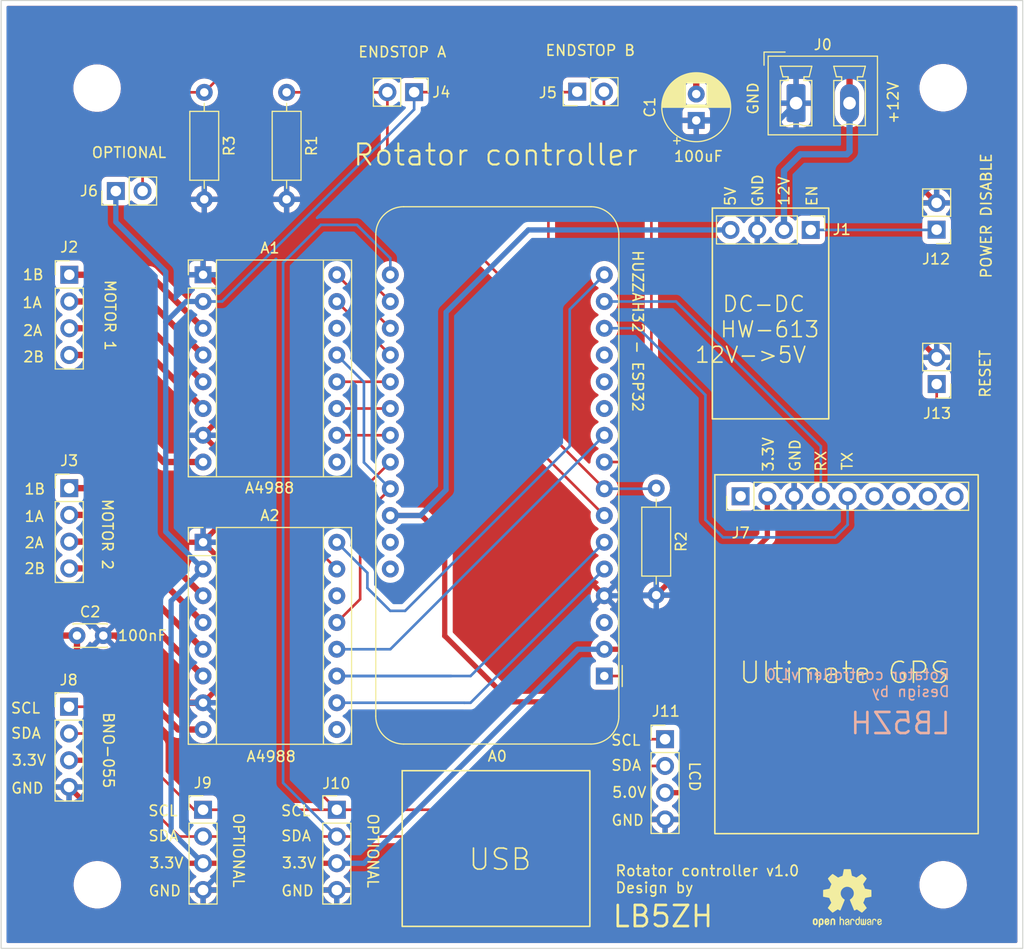
<source format=kicad_pcb>
(kicad_pcb (version 20210228) (generator pcbnew)
  (title_block (title "Satellite rotator Arduino controller") (date "2021-03-11") (rev "1.0") (comment 1 "Design by LB5ZH"))
  (layers (0 "F.Cu" signal) (31 "B.Cu" signal) (34 "B.Paste" user) (35 "F.Paste" user) (36 "B.SilkS" user "B.Silkscreen") (37 "F.SilkS" user "F.Silkscreen") (38 "B.Mask" user) (39 "F.Mask" user) (44 "Edge.Cuts" user))
  (net 0 "")
  (net 1 "/SDA")
  (net 2 "/SCL")
  (net 3 "Net-(A0-Pad1)")
  (net 4 "/TX")
  (net 5 "/RX")
  (net 6 "Net-(A0-Pad24)")
  (net 7 "Net-(A0-Pad25)")
  (net 8 "+5V")
  (net 11 "+3V3")
  (net 13 "GND")
  (net 14 "Net-(A0-Pad5)")
  (net 15 "Net-(A0-Pad6)")
  (net 16 "Net-(A0-Pad7)")
  (net 17 "Net-(A0-Pad8)")
  (net 18 "Net-(A0-Pad9)")
  (net 19 "Net-(A0-Pad10)")
  (net 23 "Net-(A0-Pad16)")
  (net 24 "+12V")
  (net 26 "Net-(A1-Pad6)")
  (net 27 "Net-(A1-Pad5)")
  (net 28 "Net-(A1-Pad4)")
  (net 29 "Net-(A1-Pad3)")
  (net 32 "Net-(A2-Pad6)")
  (net 33 "Net-(A2-Pad5)")
  (net 34 "Net-(A2-Pad4)")
  (net 35 "Net-(A2-Pad3)")
  (net 37 "/EN")
  (net 38 "/3.3V")
  (net 39 "/VBAT")
  (net 40 "/FIX")
  (net 41 "/PPS")
  (net 42 "/EN1")
  (net 43 "Net-(A0-Pad19)")
  (net 44 "Net-(A0-Pad20)")
  (net 45 "Net-(A0-Pad21)")
  (net 46 "Net-(A0-Pad22)")
  (net 47 "Net-(A0-Pad23)")
  (footprint "MountingHole:MountingHole_3.5mm" (layer "F.Cu") (at 99.795545 127.522276)
    (fp_text reference "REF**" hide)
    (fp_text value "MountingHole_3.5mm" hide)
    (pad "1" np_thru_hole circle (at 0 0) (size 3.5 3.5) (drill 3.5) (layers *.Cu *.Mask))
  )
  (footprint "Resistor_THT:R_Axial_DIN0207_L6.3mm_D2.5mm_P10.16mm_Horizontal" (layer "F.Cu") (at 109.944006 52.277713 -90)
    (fp_text reference "R3" (at 5.08 -2.37 90) (layer "F.SilkS"))
    (fp_text value "10k")
    (pad "1" thru_hole circle (at 0 0 270) (size 1.6 1.6) (drill 0.8) (layers *.Cu *.Mask) (net 18 "Net-(A0-Pad9)"))
    (pad "2" thru_hole oval (at 10.16 0 270) (size 1.6 1.6) (drill 0.8) (layers *.Cu *.Mask) (net 13 "GND"))
  )
  (footprint "Connector_PinHeader_2.54mm:PinHeader_1x02_P2.54mm_Vertical" (layer "F.Cu") (at 101.548012 61.650325 90)
    (fp_text reference "J6" (at 0.005067 -2.550511 180) (layer "F.SilkS"))
    (fp_text value "Optional")
    (pad "1" thru_hole rect (at 0 0 90) (size 1.7 1.7) (drill 1) (layers *.Cu *.Mask) (net 11 "+3V3"))
    (pad "2" thru_hole oval (at 0 2.54 90) (size 1.7 1.7) (drill 1) (layers *.Cu *.Mask) (net 18 "Net-(A0-Pad9)"))
  )
  (footprint "Connector_Phoenix_MC_HighVoltage:PhoenixContact_MCV_1,5_2-G-5.08_1x02_P5.08mm_Vertical" (layer "F.Cu") (at 166.136663 53.30309)
    (fp_text reference "J0" (at 2.54 -5.55) (layer "F.SilkS"))
    (fp_text value "Power input")
    (pad "1" thru_hole roundrect (at 0 0) (size 1.8 3.6) (drill 1.2) (layers *.Cu *.Mask) (roundrect_rratio 0.1388888888888889) (net 13 "GND"))
    (pad "2" thru_hole oval (at 5.08 0) (size 1.8 3.6) (drill 1.2) (layers *.Cu *.Mask) (net 24 "+12V"))
  )
  (footprint "Capacitor_THT:C_Disc_D3.0mm_W2.0mm_P2.50mm" (layer "F.Cu") (at 97.859163 103.86059)
    (fp_text reference "C2" (at 1.25 -2.25) (layer "F.SilkS"))
    (fp_text value "100nF")
    (pad "1" thru_hole circle (at 0 0) (size 1.6 1.6) (drill 0.8) (layers *.Cu *.Mask) (net 24 "+12V"))
    (pad "2" thru_hole circle (at 2.5 0) (size 1.6 1.6) (drill 0.8) (layers *.Cu *.Mask) (net 13 "GND"))
  )
  (footprint "Module:Pololu_Breakout-16_15.2x20.3mm" (layer "F.Cu") (at 109.83128 94.999513)
    (fp_text reference "A2" (at 6.35 -2.54) (layer "F.SilkS"))
    (fp_text value "A4988")
    (pad "1" thru_hole rect (at 0 0) (size 1.6 1.6) (drill 0.8) (layers *.Cu *.Mask) (net 13 "GND"))
    (pad "2" thru_hole oval (at 0 2.54) (size 1.6 1.6) (drill 0.8) (layers *.Cu *.Mask) (net 11 "+3V3"))
    (pad "3" thru_hole oval (at 0 5.08) (size 1.6 1.6) (drill 0.8) (layers *.Cu *.Mask) (net 35 "Net-(A2-Pad3)"))
    (pad "4" thru_hole oval (at 0 7.62) (size 1.6 1.6) (drill 0.8) (layers *.Cu *.Mask) (net 34 "Net-(A2-Pad4)"))
    (pad "5" thru_hole oval (at 0 10.16) (size 1.6 1.6) (drill 0.8) (layers *.Cu *.Mask) (net 33 "Net-(A2-Pad5)"))
    (pad "6" thru_hole oval (at 0 12.7) (size 1.6 1.6) (drill 0.8) (layers *.Cu *.Mask) (net 32 "Net-(A2-Pad6)"))
    (pad "7" thru_hole oval (at 0 15.24) (size 1.6 1.6) (drill 0.8) (layers *.Cu *.Mask) (net 13 "GND"))
    (pad "8" thru_hole oval (at 0 17.78) (size 1.6 1.6) (drill 0.8) (layers *.Cu *.Mask) (net 24 "+12V"))
    (pad "9" thru_hole oval (at 12.7 17.78) (size 1.6 1.6) (drill 0.8) (layers *.Cu *.Mask))
    (pad "10" thru_hole oval (at 12.7 15.24) (size 1.6 1.6) (drill 0.8) (layers *.Cu *.Mask) (net 14 "Net-(A0-Pad5)"))
    (pad "11" thru_hole oval (at 12.7 12.7) (size 1.6 1.6) (drill 0.8) (layers *.Cu *.Mask) (net 15 "Net-(A0-Pad6)"))
    (pad "12" thru_hole oval (at 12.7 10.16) (size 1.6 1.6) (drill 0.8) (layers *.Cu *.Mask) (net 19 "Net-(A0-Pad10)"))
    (pad "13" thru_hole oval (at 12.7 7.62) (size 1.6 1.6) (drill 0.8) (layers *.Cu *.Mask) (net 7 "Net-(A0-Pad25)"))
    (pad "14" thru_hole oval (at 12.7 5.08) (size 1.6 1.6) (drill 0.8) (layers *.Cu *.Mask))
    (pad "15" thru_hole oval (at 12.7 2.54) (size 1.6 1.6) (drill 0.8) (layers *.Cu *.Mask) (net 6 "Net-(A0-Pad24)"))
    (pad "16" thru_hole oval (at 12.7 0) (size 1.6 1.6) (drill 0.8) (layers *.Cu *.Mask) (net 23 "Net-(A0-Pad16)"))
  )
  (footprint "Module:Adafruit_Feather" (layer "F.Cu") (at 147.93128 107.699513 180)
    (fp_text reference "A0" (at 10.16 -7.62) (layer "F.SilkS"))
    (fp_text value "Adafruit_Feather_HUZZAH32_ESP32")
    (pad "1" thru_hole rect (at 0 0) (size 1.6 1.6) (drill 0.8) (layers *.Cu *.Mask) (net 3 "Net-(A0-Pad1)"))
    (pad "2" thru_hole circle (at 0 2.54) (size 1.6 1.6) (drill 0.8) (layers *.Cu *.Mask) (net 11 "+3V3"))
    (pad "3" thru_hole circle (at 0 5.08) (size 1.6 1.6) (drill 0.8) (layers *.Cu *.Mask))
    (pad "4" thru_hole circle (at 0 7.62) (size 1.6 1.6) (drill 0.8) (layers *.Cu *.Mask) (net 13 "GND"))
    (pad "5" thru_hole circle (at 0 10.16) (size 1.6 1.6) (drill 0.8) (layers *.Cu *.Mask) (net 14 "Net-(A0-Pad5)"))
    (pad "6" thru_hole circle (at 0 12.7) (size 1.6 1.6) (drill 0.8) (layers *.Cu *.Mask) (net 15 "Net-(A0-Pad6)"))
    (pad "7" thru_hole circle (at 0 15.24) (size 1.6 1.6) (drill 0.8) (layers *.Cu *.Mask) (net 16 "Net-(A0-Pad7)"))
    (pad "8" thru_hole circle (at 0 17.78) (size 1.6 1.6) (drill 0.8) (layers *.Cu *.Mask) (net 17 "Net-(A0-Pad8)"))
    (pad "9" thru_hole circle (at 0 20.32) (size 1.6 1.6) (drill 0.8) (layers *.Cu *.Mask) (net 18 "Net-(A0-Pad9)"))
    (pad "10" thru_hole circle (at 0 22.86) (size 1.6 1.6) (drill 0.8) (layers *.Cu *.Mask) (net 19 "Net-(A0-Pad10)"))
    (pad "11" thru_hole circle (at 0 25.4) (size 1.6 1.6) (drill 0.8) (layers *.Cu *.Mask))
    (pad "12" thru_hole circle (at 0 27.94) (size 1.6 1.6) (drill 0.8) (layers *.Cu *.Mask))
    (pad "13" thru_hole circle (at 0 30.48) (size 1.6 1.6) (drill 0.8) (layers *.Cu *.Mask))
    (pad "14" thru_hole circle (at 0 33.02) (size 1.6 1.6) (drill 0.8) (layers *.Cu *.Mask) (net 4 "/TX"))
    (pad "15" thru_hole circle (at 0 35.56) (size 1.6 1.6) (drill 0.8) (layers *.Cu *.Mask) (net 5 "/RX"))
    (pad "16" thru_hole circle (at 0 38.1) (size 1.6 1.6) (drill 0.8) (layers *.Cu *.Mask) (net 23 "Net-(A0-Pad16)"))
    (pad "17" thru_hole circle (at 20.32 38.1) (size 1.6 1.6) (drill 0.8) (layers *.Cu *.Mask) (net 1 "/SDA"))
    (pad "18" thru_hole circle (at 20.32 35.56) (size 1.6 1.6) (drill 0.8) (layers *.Cu *.Mask) (net 2 "/SCL"))
    (pad "19" thru_hole circle (at 20.32 33.02) (size 1.6 1.6) (drill 0.8) (layers *.Cu *.Mask) (net 43 "Net-(A0-Pad19)"))
    (pad "20" thru_hole circle (at 20.32 30.48) (size 1.6 1.6) (drill 0.8) (layers *.Cu *.Mask) (net 44 "Net-(A0-Pad20)"))
    (pad "21" thru_hole circle (at 20.32 27.94) (size 1.6 1.6) (drill 0.8) (layers *.Cu *.Mask) (net 45 "Net-(A0-Pad21)"))
    (pad "22" thru_hole circle (at 20.32 25.4) (size 1.6 1.6) (drill 0.8) (layers *.Cu *.Mask) (net 46 "Net-(A0-Pad22)"))
    (pad "23" thru_hole circle (at 20.32 22.86) (size 1.6 1.6) (drill 0.8) (layers *.Cu *.Mask) (net 47 "Net-(A0-Pad23)"))
    (pad "24" thru_hole circle (at 20.32 20.32) (size 1.6 1.6) (drill 0.8) (layers *.Cu *.Mask) (net 6 "Net-(A0-Pad24)"))
    (pad "25" thru_hole circle (at 20.32 17.78) (size 1.6 1.6) (drill 0.8) (layers *.Cu *.Mask) (net 7 "Net-(A0-Pad25)"))
    (pad "26" thru_hole circle (at 20.32 15.24) (size 1.6 1.6) (drill 0.8) (layers *.Cu *.Mask) (net 8 "+5V"))
    (pad "27" thru_hole circle (at 20.32 12.7) (size 1.6 1.6) (drill 0.8) (layers *.Cu *.Mask))
    (pad "28" thru_hole circle (at 20.32 10.16) (size 1.6 1.6) (drill 0.8) (layers *.Cu *.Mask))
  )
  (footprint "MountingHole:MountingHole_3.5mm" (layer "F.Cu") (at 99.768835 51.878466)
    (fp_text reference "REF**" hide)
    (fp_text value "MountingHole_3.5mm" hide)
    (pad "1" np_thru_hole circle (at 0 0) (size 3.5 3.5) (drill 3.5) (layers *.Cu *.Mask))
  )
  (footprint "Connector_PinHeader_2.54mm:PinHeader_1x02_P2.54mm_Vertical" (layer "F.Cu") (at 179.491923 79.979264 180)
    (fp_text reference "J13" (at -0.039818 -2.786493) (layer "F.SilkS"))
    (fp_text value "RESET")
    (pad "1" thru_hole rect (at 0 0 180) (size 1.7 1.7) (drill 1) (layers *.Cu *.Mask) (net 3 "Net-(A0-Pad1)"))
    (pad "2" thru_hole oval (at 0 2.54 180) (size 1.7 1.7) (drill 1) (layers *.Cu *.Mask) (net 13 "GND"))
  )
  (footprint "Capacitor_THT:CP_Radial_D6.3mm_P2.50mm" (layer "F.Cu") (at 156.659163 54.94297 90)
    (fp_text reference "C1" (at 1.25 -4.4 90) (layer "F.SilkS"))
    (fp_text value "100uF")
    (pad "1" thru_hole rect (at 0 0 90) (size 1.6 1.6) (drill 0.8) (layers *.Cu *.Mask) (net 13 "GND"))
    (pad "2" thru_hole circle (at 2.5 0 90) (size 1.6 1.6) (drill 0.8) (layers *.Cu *.Mask) (net 24 "+12V"))
  )
  (footprint "Connector_PinHeader_2.54mm:PinHeader_1x02_P2.54mm_Vertical" (layer "F.Cu") (at 179.484863 65.319398 180)
    (fp_text reference "J12" (at 0.051815 -2.790312) (layer "F.SilkS"))
    (fp_text value "Power disable")
    (pad "1" thru_hole rect (at 0 0 180) (size 1.7 1.7) (drill 1) (layers *.Cu *.Mask) (net 42 "/EN1"))
    (pad "2" thru_hole oval (at 0 2.54 180) (size 1.7 1.7) (drill 1) (layers *.Cu *.Mask) (net 13 "GND"))
  )
  (footprint "Connector_PinHeader_2.54mm:PinHeader_1x04_P2.54mm_Vertical" (layer "F.Cu") (at 97.126827 89.863413)
    (fp_text reference "J3" (at -0.00451 -2.607082) (layer "F.SilkS"))
    (fp_text value "Motor 2")
    (pad "1" thru_hole rect (at 0 0) (size 1.7 1.7) (drill 1) (layers *.Cu *.Mask) (net 35 "Net-(A2-Pad3)"))
    (pad "2" thru_hole oval (at 0 2.54) (size 1.7 1.7) (drill 1) (layers *.Cu *.Mask) (net 34 "Net-(A2-Pad4)"))
    (pad "3" thru_hole oval (at 0 5.08) (size 1.7 1.7) (drill 1) (layers *.Cu *.Mask) (net 33 "Net-(A2-Pad5)"))
    (pad "4" thru_hole oval (at 0 7.62) (size 1.7 1.7) (drill 1) (layers *.Cu *.Mask) (net 32 "Net-(A2-Pad6)"))
  )
  (footprint "MountingHole:MountingHole_3.5mm" (layer "F.Cu") (at 180.103359 127.521967)
    (fp_text reference "REF**" hide)
    (fp_text value "MountingHole_3.5mm" hide)
    (pad "1" np_thru_hole circle (at 0 0) (size 3.5 3.5) (drill 3.5) (layers *.Cu *.Mask))
  )
  (footprint "Connector_PinHeader_2.54mm:PinHeader_1x02_P2.54mm_Vertical" (layer "F.Cu") (at 129.873466 52.26042 -90)
    (fp_text reference "J4" (at 0.008916 -2.581275 180) (layer "F.SilkS"))
    (fp_text value "Endstop A")
    (pad "1" thru_hole rect (at 0 0 270) (size 1.7 1.7) (drill 1) (layers *.Cu *.Mask) (net 11 "+3V3"))
    (pad "2" thru_hole oval (at 0 2.54 270) (size 1.7 1.7) (drill 1) (layers *.Cu *.Mask) (net 16 "Net-(A0-Pad7)"))
  )
  (footprint "Module:Pololu_Breakout-16_15.2x20.3mm" (layer "F.Cu") (at 109.83128 69.599513)
    (fp_text reference "A1" (at 6.35 -2.54) (layer "F.SilkS"))
    (fp_text value "A4988")
    (pad "1" thru_hole rect (at 0 0) (size 1.6 1.6) (drill 0.8) (layers *.Cu *.Mask) (net 13 "GND"))
    (pad "2" thru_hole oval (at 0 2.54) (size 1.6 1.6) (drill 0.8) (layers *.Cu *.Mask) (net 11 "+3V3"))
    (pad "3" thru_hole oval (at 0 5.08) (size 1.6 1.6) (drill 0.8) (layers *.Cu *.Mask) (net 29 "Net-(A1-Pad3)"))
    (pad "4" thru_hole oval (at 0 7.62) (size 1.6 1.6) (drill 0.8) (layers *.Cu *.Mask) (net 28 "Net-(A1-Pad4)"))
    (pad "5" thru_hole oval (at 0 10.16) (size 1.6 1.6) (drill 0.8) (layers *.Cu *.Mask) (net 27 "Net-(A1-Pad5)"))
    (pad "6" thru_hole oval (at 0 12.7) (size 1.6 1.6) (drill 0.8) (layers *.Cu *.Mask) (net 26 "Net-(A1-Pad6)"))
    (pad "7" thru_hole oval (at 0 15.24) (size 1.6 1.6) (drill 0.8) (layers *.Cu *.Mask) (net 13 "GND"))
    (pad "8" thru_hole oval (at 0 17.78) (size 1.6 1.6) (drill 0.8) (layers *.Cu *.Mask) (net 24 "+12V"))
    (pad "9" thru_hole oval (at 12.7 17.78) (size 1.6 1.6) (drill 0.8) (layers *.Cu *.Mask))
    (pad "10" thru_hole oval (at 12.7 15.24) (size 1.6 1.6) (drill 0.8) (layers *.Cu *.Mask) (net 47 "Net-(A0-Pad23)"))
    (pad "11" thru_hole oval (at 12.7 12.7) (size 1.6 1.6) (drill 0.8) (layers *.Cu *.Mask) (net 46 "Net-(A0-Pad22)"))
    (pad "12" thru_hole oval (at 12.7 10.16) (size 1.6 1.6) (drill 0.8) (layers *.Cu *.Mask) (net 45 "Net-(A0-Pad21)"))
    (pad "13" thru_hole oval (at 12.7 7.62) (size 1.6 1.6) (drill 0.8) (layers *.Cu *.Mask) (net 7 "Net-(A0-Pad25)"))
    (pad "14" thru_hole oval (at 12.7 5.08) (size 1.6 1.6) (drill 0.8) (layers *.Cu *.Mask))
    (pad "15" thru_hole oval (at 12.7 2.54) (size 1.6 1.6) (drill 0.8) (layers *.Cu *.Mask) (net 44 "Net-(A0-Pad20)"))
    (pad "16" thru_hole oval (at 12.7 0) (size 1.6 1.6) (drill 0.8) (layers *.Cu *.Mask) (net 43 "Net-(A0-Pad19)"))
  )
  (footprint "Resistor_THT:R_Axial_DIN0207_L6.3mm_D2.5mm_P10.16mm_Horizontal" (layer "F.Cu") (at 152.859231 89.858945 -90)
    (fp_text reference "R2" (at 5.08 -2.37 90) (layer "F.SilkS"))
    (fp_text value "10k")
    (pad "1" thru_hole circle (at 0 0 270) (size 1.6 1.6) (drill 0.8) (layers *.Cu *.Mask) (net 17 "Net-(A0-Pad8)"))
    (pad "2" thru_hole oval (at 10.16 0 270) (size 1.6 1.6) (drill 0.8) (layers *.Cu *.Mask) (net 13 "GND"))
  )
  (footprint "Resistor_THT:R_Axial_DIN0207_L6.3mm_D2.5mm_P10.16mm_Horizontal" (layer "F.Cu") (at 117.765017 52.27511 -90)
    (fp_text reference "R1" (at 5.08 -2.37 90) (layer "F.SilkS"))
    (fp_text value "10k")
    (pad "1" thru_hole circle (at 0 0 270) (size 1.6 1.6) (drill 0.8) (layers *.Cu *.Mask) (net 16 "Net-(A0-Pad7)"))
    (pad "2" thru_hole oval (at 10.16 0 270) (size 1.6 1.6) (drill 0.8) (layers *.Cu *.Mask) (net 13 "GND"))
  )
  (footprint "Connector_PinHeader_2.54mm:PinHeader_1x02_P2.54mm_Vertical" (layer "F.Cu") (at 145.358354 52.212713 90)
    (fp_text reference "J5" (at -0.10597 -2.787486 180) (layer "F.SilkS"))
    (fp_text value "Endstop B")
    (pad "1" thru_hole rect (at 0 0 90) (size 1.7 1.7) (drill 1) (layers *.Cu *.Mask) (net 11 "+3V3"))
    (pad "2" thru_hole oval (at 0 2.54 90) (size 1.7 1.7) (drill 1) (layers *.Cu *.Mask) (net 17 "Net-(A0-Pad8)"))
  )
  (footprint "Connector_PinHeader_2.54mm:PinHeader_1x04_P2.54mm_Vertical" (layer "F.Cu") (at 97.13128 69.599513)
    (fp_text reference "J2" (at -0.008963 -2.624783) (layer "F.SilkS"))
    (fp_text value "Motor 1")
    (pad "1" thru_hole rect (at 0 0) (size 1.7 1.7) (drill 1) (layers *.Cu *.Mask) (net 29 "Net-(A1-Pad3)"))
    (pad "2" thru_hole oval (at 0 2.54) (size 1.7 1.7) (drill 1) (layers *.Cu *.Mask) (net 28 "Net-(A1-Pad4)"))
    (pad "3" thru_hole oval (at 0 5.08) (size 1.7 1.7) (drill 1) (layers *.Cu *.Mask) (net 27 "Net-(A1-Pad5)"))
    (pad "4" thru_hole oval (at 0 7.62) (size 1.7 1.7) (drill 1) (layers *.Cu *.Mask) (net 26 "Net-(A1-Pad6)"))
  )
  (footprint "Connector_PinHeader_2.54mm:PinHeader_1x04_P2.54mm_Vertical" (layer "F.Cu") (at 167.53158 65.342286 -90)
    (fp_text reference "J1" (at -0.035848 -2.947352 180) (layer "F.SilkS"))
    (fp_text value "DC-DC")
    (pad "1" thru_hole rect (at 0 0 270) (size 1.7 1.7) (drill 1) (layers *.Cu *.Mask) (net 42 "/EN1"))
    (pad "2" thru_hole oval (at 0 2.54 270) (size 1.7 1.7) (drill 1) (layers *.Cu *.Mask) (net 24 "+12V"))
    (pad "3" thru_hole oval (at 0 5.08 270) (size 1.7 1.7) (drill 1) (layers *.Cu *.Mask) (net 13 "GND"))
    (pad "4" thru_hole oval (at 0 7.62 270) (size 1.7 1.7) (drill 1) (layers *.Cu *.Mask) (net 8 "+5V"))
  )
  (footprint "Symbol:OSHW-Logo2_7.3x6mm_SilkScreen" (layer "F.Cu") (at 171 128.8)
    (fp_text reference "REF**" hide)
    (fp_text value "OSHW-Logo2_7.3x6mm_SilkScreen" hide)
  )
  (footprint "MountingHole:MountingHole_3.5mm" (layer "F.Cu") (at 180.111804 51.84017)
    (fp_text reference "REF**" hide)
    (fp_text value "MountingHole_3.5mm" hide)
    (pad "1" np_thru_hole circle (at 0 0) (size 3.5 3.5) (drill 3.5) (layers *.Cu *.Mask))
  )
  (footprint "Connector_PinHeader_2.54mm:PinHeader_1x04_P2.54mm_Vertical" (layer "F.Cu") (at 97.107166 110.619018)
    (fp_text reference "J8" (at -0.034196 -2.53827) (layer "F.SilkS"))
    (fp_text value "BNO-055")
    (pad "1" thru_hole rect (at 0 0) (size 1.7 1.7) (drill 1) (layers *.Cu *.Mask) (net 2 "/SCL"))
    (pad "2" thru_hole oval (at 0 2.54) (size 1.7 1.7) (drill 1) (layers *.Cu *.Mask) (net 1 "/SDA"))
    (pad "3" thru_hole oval (at 0 5.08) (size 1.7 1.7) (drill 1) (layers *.Cu *.Mask) (net 11 "+3V3"))
    (pad "4" thru_hole oval (at 0 7.62) (size 1.7 1.7) (drill 1) (layers *.Cu *.Mask) (net 13 "GND"))
  )
  (footprint "Connector_PinHeader_2.54mm:PinHeader_1x09_P2.54mm_Vertical" (layer "F.Cu") (at 160.871167 90.635229 90)
    (fp_text reference "J7" (at -3.477261 0.006284 180) (layer "F.SilkS"))
    (fp_text value "Ultimate GPS")
    (pad "1" thru_hole rect (at 0 0 90) (size 1.7 1.7) (drill 1) (layers *.Cu *.Mask) (net 41 "/PPS"))
    (pad "2" thru_hole oval (at 0 2.54 90) (size 1.7 1.7) (drill 1) (layers *.Cu *.Mask) (net 11 "+3V3"))
    (pad "3" thru_hole oval (at 0 5.08 90) (size 1.7 1.7) (drill 1) (layers *.Cu *.Mask) (net 13 "GND"))
    (pad "4" thru_hole oval (at 0 7.62 90) (size 1.7 1.7) (drill 1) (layers *.Cu *.Mask) (net 5 "/RX"))
    (pad "5" thru_hole oval (at 0 10.16 90) (size 1.7 1.7) (drill 1) (layers *.Cu *.Mask) (net 4 "/TX"))
    (pad "6" thru_hole oval (at 0 12.7 90) (size 1.7 1.7) (drill 1) (layers *.Cu *.Mask) (net 40 "/FIX"))
    (pad "7" thru_hole oval (at 0 15.24 90) (size 1.7 1.7) (drill 1) (layers *.Cu *.Mask) (net 39 "/VBAT"))
    (pad "8" thru_hole oval (at 0 17.78 90) (size 1.7 1.7) (drill 1) (layers *.Cu *.Mask) (net 37 "/EN"))
    (pad "9" thru_hole oval (at 0 20.32 90) (size 1.7 1.7) (drill 1) (layers *.Cu *.Mask) (net 38 "/3.3V"))
  )
  (footprint "Connector_PinHeader_2.54mm:PinHeader_1x04_P2.54mm_Vertical" (layer "F.Cu") (at 109.83128 120.399513)
    (fp_text reference "J9" (at -0.026794 -2.548066) (layer "F.SilkS"))
    (fp_text value "Optional sensor")
    (pad "1" thru_hole rect (at 0 0) (size 1.7 1.7) (drill 1) (layers *.Cu *.Mask) (net 2 "/SCL"))
    (pad "2" thru_hole oval (at 0 2.54) (size 1.7 1.7) (drill 1) (layers *.Cu *.Mask) (net 1 "/SDA"))
    (pad "3" thru_hole oval (at 0 5.08) (size 1.7 1.7) (drill 1) (layers *.Cu *.Mask) (net 11 "+3V3"))
    (pad "4" thru_hole oval (at 0 7.62) (size 1.7 1.7) (drill 1) (layers *.Cu *.Mask) (net 13 "GND"))
  )
  (footprint "Connector_PinHeader_2.54mm:PinHeader_1x04_P2.54mm_Vertical" (layer "F.Cu") (at 153.7 113.7)
    (fp_text reference "J11" (at 0.072628 -2.658434) (layer "F.SilkS"))
    (fp_text value "LCD 20x4")
    (pad "1" thru_hole rect (at 0 0) (size 1.7 1.7) (drill 1) (layers *.Cu *.Mask) (net 2 "/SCL"))
    (pad "2" thru_hole oval (at 0 2.54) (size 1.7 1.7) (drill 1) (layers *.Cu *.Mask) (net 1 "/SDA"))
    (pad "3" thru_hole oval (at 0 5.08) (size 1.7 1.7) (drill 1) (layers *.Cu *.Mask) (net 8 "+5V"))
    (pad "4" thru_hole oval (at 0 7.62) (size 1.7 1.7) (drill 1) (layers *.Cu *.Mask) (net 13 "GND"))
  )
  (footprint "Connector_PinHeader_2.54mm:PinHeader_1x04_P2.54mm_Vertical" (layer "F.Cu") (at 122.53128 120.399513)
    (fp_text reference "J10" (at -0.044625 -2.498719) (layer "F.SilkS"))
    (fp_text value "Optional sensor")
    (pad "1" thru_hole rect (at 0 0) (size 1.7 1.7) (drill 1) (layers *.Cu *.Mask) (net 2 "/SCL"))
    (pad "2" thru_hole oval (at 0 2.54) (size 1.7 1.7) (drill 1) (layers *.Cu *.Mask) (net 1 "/SDA"))
    (pad "3" thru_hole oval (at 0 5.08) (size 1.7 1.7) (drill 1) (layers *.Cu *.Mask) (net 11 "+3V3"))
    (pad "4" thru_hole oval (at 0 7.62) (size 1.7 1.7) (drill 1) (layers *.Cu *.Mask) (net 13 "GND"))
  )
  (gr_rect (start 128.738287 116.689731) (end 146.559391 131.472154) (layer "F.SilkS") (width 0.15) (fill none))
  (gr_rect (start 183.430397 122.667856) (end 158.426903 88.590989) (layer "F.SilkS") (width 0.15) (fill none))
  (gr_rect (start 158.189635 63.269021) (end 169.241003 83.283066) (layer "F.SilkS") (width 0.15) (fill none))
  (gr_rect (start 90.659163 43.56059) (end 187.659163 133.56059) (layer "Edge.Cuts") (width 0.1) (fill none))
  (gr_text "Rotator controller v1.0\nDesign by" (at 180.804049 108.374479) (layer "B.SilkS") (effects (font (size 1 1)) (justify left mirror)))
  (gr_text "LB5ZH" (at 176.05 112.2) (layer "B.SilkS") (effects (font (size 2 2) (thickness 0.25)) (justify mirror)))
  (gr_text "SCL" (at 118.625543 120.496936) (layer "F.SilkS") (effects (font (size 1 1))))
  (gr_text "3.3V" (at 106.35 125.45) (layer "F.SilkS") (effects (font (size 1 1))))
  (gr_text "OPTIONAL" (at 102.8 58) (layer "F.SilkS") (effects (font (size 1 1))))
  (gr_text "Rotator controller" (at 137.612301 58.216517) (layer "F.SilkS") (effects (font (size 2 2) (thickness 0.2))))
  (gr_text "A4988" (at 116.15 89.85) (layer "F.SilkS") (effects (font (size 1 1))))
  (gr_text "GND" (at 150.15 121.4) (layer "F.SilkS") (effects (font (size 1 1))))
  (gr_text "2B" (at 93.85 97.5) (layer "F.SilkS") (effects (font (size 1 1))))
  (gr_text "SDA" (at 150.014051 116.184416) (layer "F.SilkS") (effects (font (size 1 1))))
  (gr_text "GND" (at 162.5 61.6 90) (layer "F.SilkS") (effects (font (size 1 1))))
  (gr_text "ENDSTOP B" (at 146.6 48.3) (layer "F.SilkS") (effects (font (size 1 1))))
  (gr_text "1A" (at 93.8 92.55) (layer "F.SilkS") (effects (font (size 1 1))))
  (gr_text "2B" (at 93.75 77.4) (layer "F.SilkS") (effects (font (size 1 1))))
  (gr_text "GND" (at 162.059163 52.86059 90) (layer "F.SilkS") (effects (font (size 1 1))))
  (gr_text "Rotator controller v1.0\nDesign by" (at 148.9 127) (layer "F.SilkS") (effects (font (size 1 1)) (justify left)))
  (gr_text "100uF" (at 156.859163 58.36059) (layer "F.SilkS") (effects (font (size 1 1))))
  (gr_text "100nF" (at 104.059163 103.86059) (layer "F.SilkS") (effects (font (size 1 1))))
  (gr_text "SCL" (at 149.975543 113.796936) (layer "F.SilkS") (effects (font (size 1 1))))
  (gr_text "MOTOR 1" (at 101 73.45 270) (layer "F.SilkS") (effects (font (size 1 1))))
  (gr_text "LCD" (at 156.5 117.25 270) (layer "F.SilkS") (effects (font (size 1 1))))
  (gr_text "SCL" (at 92.975543 110.746936) (layer "F.SilkS") (effects (font (size 1 1))))
  (gr_text "POWER DISABLE" (at 184.2 64 90) (layer "F.SilkS") (effects (font (size 1 1))))
  (gr_text "3.3V" (at 93.3 115.7) (layer "F.SilkS") (effects (font (size 1 1))))
  (gr_text "A4988" (at 116.3 115.35) (layer "F.SilkS") (effects (font (size 1 1))))
  (gr_text "GND" (at 166.05 86.75 90) (layer "F.SilkS") (effects (font (size 1 1))))
  (gr_text "Ultimate GPS" (at 170.716334 107.381037) (layer "F.SilkS") (effects (font (size 2 2))))
  (gr_text "BNO-055" (at 100.85 114.75 270) (layer "F.SilkS") (effects (font (size 1 1))))
  (gr_text "HUZZAH32 - ESP32" (at 151.1 74.95 270) (layer "F.SilkS") (effects (font (size 1 1))))
  (gr_text "TX" (at 171 87.3 90) (layer "F.SilkS") (effects (font (size 1 1))))
  (gr_text "SDA" (at 93.014051 113.134416) (layer "F.SilkS") (effects (font (size 1 1))))
  (gr_text "SCL" (at 106.025543 120.496936) (layer "F.SilkS") (effects (font (size 1 1))))
  (gr_text "DC-DC\n HW-613\n  12V->5V	" (at 163.072924 74.790389) (layer "F.SilkS") (effects (font (size 1.5 1.5))))
  (gr_text "GND" (at 106.2 128.1) (layer "F.SilkS") (effects (font (size 1 1))))
  (gr_text "3.3V" (at 118.95 125.45) (layer "F.SilkS") (effects (font (size 1 1))))
  (gr_text "1B" (at 93.7 69.6) (layer "F.SilkS") (effects (font (size 1 1))))
  (gr_text "RESET" (at 184.1 79 90) (layer "F.SilkS") (effects (font (size 1 1))))
  (gr_text "+12V" (at 175.359163 53.26059 90) (layer "F.SilkS") (effects (font (size 1 1))))
  (gr_text "5.0V" (at 150.3 118.75) (layer "F.SilkS") (effects (font (size 1 1))))
  (gr_text "SDA" (at 118.664051 122.884416) (layer "F.SilkS") (effects (font (size 1 1))))
  (gr_text "GND" (at 118.8 128.1) (layer "F.SilkS") (effects (font (size 1 1))))
  (gr_text "MOTOR 2" (at 100.75 94.25 270) (layer "F.SilkS") (effects (font (size 1 1))))
  (gr_text "EN" (at 167.65 62.1 90) (layer "F.SilkS") (effects (font (size 1 1))))
  (gr_text "ENDSTOP A" (at 128.75 48.45) (layer "F.SilkS") (effects (font (size 1 1))))
  (gr_text "USB" (at 138.032421 125.114325) (layer "F.SilkS") (effects (font (size 2 2))))
  (gr_text "RX" (at 168.5 87.3 90) (layer "F.SilkS") (effects (font (size 1 1))))
  (gr_text "1A" (at 93.6 72.25) (layer "F.SilkS") (effects (font (size 1 1))))
  (gr_text "GND" (at 93.15 118.35) (layer "F.SilkS") (effects (font (size 1 1))))
  (gr_text "5V" (at 159.9 62.15 90) (layer "F.SilkS") (effects (font (size 1 1))))
  (gr_text "SDA" (at 106.064051 122.884416) (layer "F.SilkS") (effects (font (size 1 1))))
  (gr_text "12V" (at 165 61.65 90) (layer "F.SilkS") (effects (font (size 1 1))))
  (gr_text "OPTIONAL" (at 125.95 124.3 270) (layer "F.SilkS") (effects (font (size 1 1))))
  (gr_text "1B" (at 93.85 89.95) (layer "F.SilkS") (effects (font (size 1 1))))
  (gr_text "2A" (at 93.8 95.05) (layer "F.SilkS") (effects (font (size 1 1))))
  (gr_text "2A" (at 93.65 74.9) (layer "F.SilkS") (effects (font (size 1 1))))
  (gr_text "3.3V" (at 163.5 86.65 90) (layer "F.SilkS") (effects (font (size 1 1))))
  (gr_text "LB5ZH" (at 153.495951 130.525521) (layer "F.SilkS") (effects (font (size 2 2) (thickness 0.25))))
  (gr_text "OPTIONAL" (at 113.2 124.25 270) (layer "F.SilkS") (effects (font (size 1 1))))
  (segment (start 103.597769 118.97804) (end 107.559242 122.939513) (width 0.25) (layer "F.Cu") (net 1))
  (segment (start 103.597769 115.615686) (end 103.597769 118.97804) (width 0.25) (layer "F.Cu") (net 1))
  (segment (start 109.83128 122.939513) (end 122.53128 122.939513) (width 0.25) (layer "F.Cu") (net 1))
  (segment (start 134.710487 122.939513) (end 141.41 116.24) (width 0.25) (layer "F.Cu") (net 1))
  (segment (start 97.107166 113.159018) (end 101.089101 113.159018) (width 0.25) (layer "F.Cu") (net 1))
  (segment (start 107.559242 122.939513) (end 109.83128 122.939513) (width 0.25) (layer "F.Cu") (net 1))
  (segment (start 101.089101 113.159018) (end 101.115101 113.133018) (width 0.25) (layer "F.Cu") (net 1))
  (segment (start 122.53128 122.939513) (end 134.710487 122.939513) (width 0.25) (layer "F.Cu") (net 1))
  (segment (start 141.41 116.24) (end 153.7 116.24) (width 0.25) (layer "F.Cu") (net 1))
  (segment (start 101.115101 113.133018) (end 103.597769 115.615686) (width 0.25) (layer "F.Cu") (net 1))
  (segment (start 127.61128 69.599513) (end 127.61128 68.032918) (width 0.25) (layer "B.Cu") (net 1))
  (segment (start 117.430673 117.838906) (end 122.53128 122.939513) (width 0.25) (layer "B.Cu") (net 1))
  (segment (start 117.430673 68.460754) (end 117.430673 117.838906) (width 0.25) (layer "B.Cu") (net 1))
  (segment (start 127.61128 68.032918) (end 124.443033 64.864671) (width 0.25) (layer "B.Cu") (net 1))
  (segment (start 121.026756 64.864671) (end 117.430673 68.460754) (width 0.25) (layer "B.Cu") (net 1))
  (segment (start 124.443033 64.864671) (end 121.026756 64.864671) (width 0.25) (layer "B.Cu") (net 1))
  (segment (start 122.53128 120.399513) (end 133.550487 120.399513) (width 0.25) (layer "F.Cu") (net 2))
  (segment (start 97.107166 110.619018) (end 102.021665 110.619018) (width 0.25) (layer "F.Cu") (net 2))
  (segment (start 102.021665 110.619018) (end 105.639074 114.236427) (width 0.25) (layer "F.Cu") (net 2))
  (segment (start 127.61128 72.139513) (end 125.029585 69.557818) (width 0.25) (layer "F.Cu") (net 2))
  (segment (start 109.83128 120.399513) (end 122.53128 120.399513) (width 0.25) (layer "F.Cu") (net 2))
  (segment (start 124.003495 66.863554) (end 121.103676 66.863554) (width 0.25) (layer "F.Cu") (net 2))
  (segment (start 119.319173 68.648057) (end 119.319173 117.187406) (width 0.25) (layer "F.Cu") (net 2))
  (segment (start 105.639074 117.050117) (end 108.98847 120.399513) (width 0.25) (layer "F.Cu") (net 2))
  (segment (start 140.25 113.7) (end 153.7 113.7) (width 0.25) (layer "F.Cu") (net 2))
  (segment (start 133.550487 120.399513) (end 140.25 113.7) (width 0.25) (layer "F.Cu") (net 2))
  (segment (start 121.103676 66.863554) (end 119.319173 68.648057) (width 0.25) (layer "F.Cu") (net 2))
  (segment (start 125.029585 67.889644) (end 124.003495 66.863554) (width 0.25) (layer "F.Cu") (net 2))
  (segment (start 119.319173 117.187406) (end 122.53128 120.399513) (width 0.25) (layer "F.Cu") (net 2))
  (segment (start 108.98847 120.399513) (end 109.83128 120.399513) (width 0.25) (layer "F.Cu") (net 2))
  (segment (start 125.029585 69.557818) (end 125.029585 67.889644) (width 0.25) (layer "F.Cu") (net 2))
  (segment (start 105.639074 114.236427) (end 105.639074 117.050117) (width 0.25) (layer "F.Cu") (net 2))
  (segment (start 181.701171 85.60354) (end 179.491923 83.394292) (width 0.25) (layer "F.Cu") (net 3))
  (segment (start 185.354513 87.839167) (end 183.118886 85.60354) (width 0.25) (layer "F.Cu") (net 3))
  (segment (start 179.491923 83.394292) (end 179.491923 79.979264) (width 0.25) (layer "F.Cu") (net 3))
  (segment (start 183.00983 96.618096) (end 185.354513 94.273413) (width 0.25) (layer "F.Cu") (net 3))
  (segment (start 183.118886 85.60354) (end 181.701171 85.60354) (width 0.25) (layer "F.Cu") (net 3))
  (segment (start 185.354513 94.273413) (end 185.354513 87.839167) (width 0.25) (layer "F.Cu") (net 3))
  (segment (start 147.93128 107.699513) (end 153.716226 107.699513) (width 0.25) (layer "F.Cu") (net 3))
  (segment (start 153.716226 107.699513) (end 164.797643 96.618096) (width 0.25) (layer "F.Cu") (net 3))
  (segment (start 164.797643 96.618096) (end 183.00983 96.618096) (width 0.25) (layer "F.Cu") (net 3))
  (segment (start 151.19093 74.679513) (end 157.529238 81.017821) (width 0.25) (layer "B.Cu") (net 4))
  (segment (start 171.048455 93.320308) (end 171.031167 93.30302) (width 0.25) (layer "B.Cu") (net 4))
  (segment (start 171.031167 93.30302) (end 171.031167 90.635229) (width 0.25) (layer "B.Cu") (net 4))
  (segment (start 147.93128 74.679513) (end 151.19093 74.679513) (width 0.25) (layer "B.Cu") (net 4))
  (segment (start 157.529238 92.869668) (end 159.196608 94.537038) (width 0.25) (layer "B.Cu") (net 4))
  (segment (start 169.831725 94.537038) (end 171.048455 93.320308) (width 0.25) (layer "B.Cu") (net 4))
  (segment (start 159.196608 94.537038) (end 169.831725 94.537038) (width 0.25) (layer "B.Cu") (net 4))
  (segment (start 157.529238 81.017821) (end 157.529238 92.869668) (width 0.25) (layer "B.Cu") (net 4))
  (segment (start 147.93128 72.139513) (end 154.738798 72.139513) (width 0.25) (layer "B.Cu") (net 5))
  (segment (start 168.491167 85.891882) (end 168.491167 90.635229) (width 0.25) (layer "B.Cu") (net 5))
  (segment (start 154.738798 72.139513) (end 168.491167 85.891882) (width 0.25) (layer "B.Cu") (net 5))
  (segment (start 120.274825 94.715968) (end 127.61128 87.379513) (width 0.25) (layer "F.Cu") (net 6))
  (segment (start 120.254342 94.715968) (end 120.274825 94.715968) (width 0.25) (layer "F.Cu") (net 6))
  (segment (start 120.254342 95.262575) (end 120.254342 94.715968) (width 0.25) (layer "F.Cu") (net 6))
  (segment (start 122.53128 97.539513) (end 120.254342 95.262575) (width 0.25) (layer "F.Cu") (net 6))
  (segment (start 124.748375 100.402418) (end 124.748375 92.782418) (width 0.25) (layer "F.Cu") (net 7))
  (segment (start 122.53128 102.619513) (end 124.748375 100.402418) (width 0.25) (layer "F.Cu") (net 7))
  (segment (start 124.748375 92.782418) (end 127.61128 89.919513) (width 0.25) (layer "F.Cu") (net 7))
  (segment (start 125.105934 79.794167) (end 125.105934 87.414167) (width 0.25) (layer "B.Cu") (net 7))
  (segment (start 125.105934 87.414167) (end 127.61128 89.919513) (width 0.25) (layer "B.Cu") (net 7))
  (segment (start 122.53128 77.219513) (end 125.105934 79.794167) (width 0.25) (layer "B.Cu") (net 7))
  (segment (start 155.95 110.15) (end 158 112.2) (width 0.5) (layer "F.Cu") (net 8))
  (segment (start 132.778104 94.658278) (end 132.778104 103.898019) (width 0.5) (layer "F.Cu") (net 8))
  (segment (start 130.579339 92.459513) (end 132.778104 94.658278) (width 0.5) (layer "F.Cu") (net 8))
  (segment (start 139.05 110.15) (end 155.95 110.15) (width 0.5) (layer "F.Cu") (net 8))
  (segment (start 132.778104 103.898019) (end 132.798019 103.898019) (width 0.5) (layer "F.Cu") (net 8))
  (segment (start 158 112.2) (end 158 117.55) (width 0.5) (layer "F.Cu") (net 8))
  (segment (start 156.77 118.78) (end 153.7 118.78) (width 0.5) (layer "F.Cu") (net 8))
  (segment (start 127.61128 92.459513) (end 130.579339 92.459513) (width 0.5) (layer "F.Cu") (net 8))
  (segment (start 158 117.55) (end 156.77 118.78) (width 0.5) (layer "F.Cu") (net 8))
  (segment (start 132.798019 103.898019) (end 139.05 110.15) (width 0.5) (layer "F.Cu") (net 8))
  (segment (start 130.468894 92.459513) (end 132.905872 90.022535) (width 0.5) (layer "B.Cu") (net 8))
  (segment (start 127.61128 92.459513) (end 130.468894 92.459513) (width 0.5) (layer "B.Cu") (net 8))
  (segment (start 140.717942 65.342286) (end 159.91158 65.342286) (width 0.5) (layer "B.Cu") (net 8))
  (segment (start 132.905872 73.154356) (end 140.717942 65.342286) (width 0.5) (layer "B.Cu") (net 8))
  (segment (start 132.905872 90.022535) (end 132.905872 73.154356) (width 0.5) (layer "B.Cu") (net 8))
  (segment (start 107.504939 125.479513) (end 109.83128 125.479513) (width 0.5) (layer "F.Cu") (net 11))
  (segment (start 147.93128 105.159513) (end 152.784886 105.159513) (width 0.5) (layer "F.Cu") (net 11))
  (segment (start 97.107166 115.699018) (end 100.426047 115.699018) (width 0.5) (layer "F.Cu") (net 11))
  (segment (start 101.832316 119.80689) (end 107.504939 125.479513) (width 0.5) (layer "F.Cu") (net 11))
  (segment (start 145.310647 52.26042) (end 145.358354 52.212713) (width 0.25) (layer "F.Cu") (net 11))
  (segment (start 129.873466 52.26042) (end 145.310647 52.26042) (width 0.25) (layer "F.Cu") (net 11))
  (segment (start 101.832316 117.105287) (end 101.832316 119.80689) (width 0.5) (layer "F.Cu") (net 11))
  (segment (start 100.426047 115.699018) (end 101.832316 117.105287) (width 0.5) (layer "F.Cu") (net 11))
  (segment (start 163.411167 94.533232) (end 152.784886 105.159513) (width 0.5) (layer "F.Cu") (net 11))
  (segment (start 109.83128 125.479513) (end 122.53128 125.479513) (width 0.5) (layer "F.Cu") (net 11))
  (segment (start 163.411167 90.635229) (end 163.411167 94.533232) (width 0.5) (layer "F.Cu") (net 11))
  (segment (start 106.798691 122.446924) (end 106.798691 100.572102) (width 0.5) (layer "B.Cu") (net 11))
  (segment (start 125.116793 125.479513) (end 145.436793 105.159513) (width 0.5) (layer "B.Cu") (net 11))
  (segment (start 111.638145 72.139513) (end 129.873466 53.904192) (width 0.25) (layer "B.Cu") (net 11))
  (segment (start 108.234164 72.139513) (end 109.83128 72.139513) (width 0.5) (layer "B.Cu") (net 11))
  (segment (start 106.285483 93.993716) (end 109.83128 97.539513) (width 0.5) (layer "B.Cu") (net 11))
  (segment (start 106.285483 74.088194) (end 108.234164 72.139513) (width 0.5) (layer "B.Cu") (net 11))
  (segment (start 106.798691 100.572102) (end 109.83128 97.539513) (width 0.5) (layer "B.Cu") (net 11))
  (segment (start 106.285483 74.088194) (end 106.285483 93.993716) (width 0.5) (layer "B.Cu") (net 11))
  (segment (start 101.548012 64.587014) (end 101.548012 61.650325) (width 0.5) (layer "B.Cu") (net 11))
  (segment (start 109.83128 72.139513) (end 111.638145 72.139513) (width 0.25) (layer "B.Cu") (net 11))
  (segment (start 129.873466 53.904192) (end 129.873466 52.26042) (width 0.25) (layer "B.Cu") (net 11))
  (segment (start 125.116793 125.479513) (end 144.464049 106.132257) (width 0.5) (layer "B.Cu") (net 11))
  (segment (start 106.798691 122.446924) (end 109.83128 125.479513) (width 0.5) (layer "B.Cu") (net 11))
  (segment (start 106.285483 74.088194) (end 106.285483 69.324485) (width 0.5) (layer "B.Cu") (net 11))
  (segment (start 122.53128 125.479513) (end 125.116793 125.479513) (width 0.5) (layer "B.Cu") (net 11))
  (segment (start 145.436793 105.159513) (end 147.93128 105.159513) (width 0.5) (layer "B.Cu") (net 11))
  (segment (start 106.285483 69.324485) (end 101.548012 64.587014) (width 0.5) (layer "B.Cu") (net 11))
  (segment (start 174.812949 77.439264) (end 179.491923 77.439264) (width 0.5) (layer "F.Cu") (net 13))
  (segment (start 174.791545 77.41786) (end 174.812949 77.439264) (width 0.25) (layer "F.Cu") (net 13))
  (segment (start 109.83128 62.550439) (end 109.83128 69.599513) (width 0.25) (layer "F.Cu") (net 13))
  (segment (start 109.83128 128.019513) (end 122.53128 128.019513) (width 0.5) (layer "F.Cu") (net 13))
  (segment (start 165.951167 86.258238) (end 174.791545 77.41786) (width 0.5) (layer "F.Cu") (net 13))
  (segment (start 166.136663 57.53809) (end 166.136663 53.30309) (width 0.5) (layer "F.Cu") (net 13))
  (segment (start 152.859231 100.018945) (end 156.502252 96.375924) (width 0.5) (layer "F.Cu") (net 13))
  (segment (start 109.83128 94.999513) (end 109.83128 95.018015) (width 0.5) (layer "F.Cu") (net 13))
  (segment (start 143.68 121.32) (end 153.7 121.32) (width 0.5) (layer "F.Cu") (net 13))
  (segment (start 97.107166 118.239018) (end 106.887661 128.019513) (width 0.5) (layer "F.Cu") (net 13))
  (segment (start 136.980487 128.019513) (end 143.68 121.32) (width 0.5) (layer "F.Cu") (net 13))
  (segment (start 117.762414 62.437713) (end 117.765017 62.43511) (width 0.25) (layer "F.Cu") (net 13))
  (segment (start 109.83128 84.839513) (end 112.817213 81.85358) (width 0.5) (layer "F.Cu") (net 13))
  (segment (start 112.81327 107.257523) (end 109.83128 110.239513) (width 0.5) (layer "F.Cu") (net 13))
  (segment (start 174.4 72.347341) (end 179.491923 77.439264) (width 0.5) (layer "F.Cu") (net 13))
  (segment (start 112.859462 87.867695) (end 109.83128 84.839513) (width 0.5) (layer "F.Cu") (net 13))
  (segment (start 109.83128 94.999513) (end 109.83128 94.950586) (width 0.5) (layer "F.Cu") (net 13))
  (segment (start 109.83128 95.018015) (end 112.81327 98.000005) (width 0.5) (layer "F.Cu") (net 13))
  (segment (start 167.634369 59.035796) (end 166.136663 57.53809) (width 0.5) (layer "F.Cu") (net 13))
  (segment (start 174.4 64.25) (end 174.4 72.347341) (width 0.5) (layer "F.Cu") (net 13))
  (segment (start 107.938086 110.239513) (end 109.83128 110.239513) (width 0.6) (layer "F.Cu") (net 13))
  (segment (start 112.859462 91.922404) (end 112.859462 87.867695) (width 0.5) (layer "F.Cu") (net 13))
  (segment (start 110.334706 69.599513) (end 109.83128 69.599513) (width 0.25) (layer "F.Cu") (net 13))
  (segment (start 100.359163 103.86059) (end 101.559163 103.86059) (width 0.6) (layer "F.Cu") (net 13))
  (segment (start 109.83128 94.950586) (end 112.859462 91.922404) (width 0.5) (layer "F.Cu") (net 13))
  (segment (start 162.45158 71.546269) (end 162.45158 65.342286) (width 0.5) (layer "F.Cu") (net 13))
  (segment (start 122.53128 128.019513) (end 136.980487 128.019513) (width 0.5) (layer "F.Cu") (net 13))
  (segment (start 165.951167 90.635229) (end 165.951167 86.258238) (width 0.5) (layer "F.Cu") (net 13))
  (segment (start 156.502252 96.375924) (end 156.502252 77.495597) (width 0.5) (layer "F.Cu") (net 13))
  (segment (start 101.559163 103.86059) (end 107.938086 110.239513) (width 0.6) (layer "F.Cu") (net 13))
  (segment (start 112.81327 98.000005) (end 112.81327 107.257523) (width 0.5) (layer "F.Cu") (net 13))
  (segment (start 175.741261 59.035796) (end 167.634369 59.035796) (width 0.5) (layer "F.Cu") (net 13))
  (segment (start 109.944006 62.437713) (end 109.83128 62.550439) (width 0.25) (layer "F.Cu") (net 13))
  (segment (start 112.817213 72.08202) (end 110.334706 69.599513) (width 0.5) (layer "F.Cu") (net 13))
  (segment (start 156.502252 77.495597) (end 162.45158 71.546269) (width 0.5) (layer "F.Cu") (net 13))
  (segment (start 179.484863 62.779398) (end 175.870602 62.779398) (width 0.5) (layer "F.Cu") (net 13))
  (segment (start 179.484863 62.779398) (end 175.741261 59.035796) (width 0.5) (layer "F.Cu") (net 13))
  (segment (start 112.817213 81.85358) (end 112.817213 72.08202) (width 0.5) (layer "F.Cu") (net 13))
  (segment (start 175.870602 62.779398) (end 174.4 64.25) (width 0.5) (layer "F.Cu") (net 13))
  (segment (start 109.944006 62.437713) (end 117.762414 62.437713) (width 0.25) (layer "F.Cu") (net 13))
  (segment (start 106.887661 128.019513) (end 109.83128 128.019513) (width 0.5) (layer "F.Cu") (net 13))
  (segment (start 112.858053 113.266286) (end 112.858053 124.99274) (width 0.5) (layer "B.Cu") (net 13))
  (segment (start 152.859231 102.009231) (end 157.3 106.45) (width 0.5) (layer "B.Cu") (net 13))
  (segment (start 157.3 106.45) (end 157.3 120.15) (width 0.5) (layer "B.Cu") (net 13))
  (segment (start 164.496783 54.94297) (end 166.136663 53.30309) (width 0.25) (layer "B.Cu") (net 13))
  (segment (start 156.13 121.32) (end 153.7 121.32) (width 0.5) (layer "B.Cu") (net 13))
  (segment (start 157.3 120.15) (end 156.13 121.32) (width 0.5) (layer "B.Cu") (net 13))
  (segment (start 152.859231 100.018945) (end 152.859231 102.009231) (width 0.5) (layer "B.Cu") (net 13))
  (segment (start 112.858053 124.99274) (end 109.83128 128.019513) (width 0.5) (layer "B.Cu") (net 13))
  (segment (start 162.45158 65.342286) (end 162.45158 56.988173) (width 0.5) (layer "B.Cu") (net 13))
  (segment (start 147.93128 100.079513) (end 152.798663 100.079513) (width 0.5) (layer "B.Cu") (net 13))
  (segment (start 152.798663 100.079513) (end 152.859231 100.018945) (width 0.5) (layer "B.Cu") (net 13))
  (segment (start 162.45158 56.988173) (end 166.136663 53.30309) (width 0.5) (layer "B.Cu") (net 13))
  (segment (start 156.659163 54.94297) (end 164.496783 54.94297) (width 0.6) (layer "B.Cu") (net 13))
  (segment (start 109.83128 110.239513) (end 112.858053 113.266286) (width 0.5) (layer "B.Cu") (net 13))
  (segment (start 134.643463 110.239513) (end 122.53128 110.239513) (width 0.25) (layer "B.Cu") (net 14))
  (segment (start 134.645064 110.241114) (end 134.643463 110.239513) (width 0.25) (layer "B.Cu") (net 14))
  (segment (start 135.229679 110.241114) (end 134.645064 110.241114) (width 0.25) (layer "B.Cu") (net 14))
  (segment (start 147.93128 97.539513) (end 135.229679 110.241114) (width 0.25) (layer "B.Cu") (net 14))
  (segment (start 147.93128 94.999513) (end 135.231281 107.699512) (width 0.25) (layer "B.Cu") (net 15))
  (segment (start 135.231281 107.699512) (end 122.53128 107.699513) (width 0.25) (layer "B.Cu") (net 15))
  (segment (start 133.382363 107.699512) (end 122.53128 107.699513) (width 0.25) (layer "B.Cu") (net 15))
  (segment (start 117.765017 52.27511) (end 127.318776 52.27511) (width 0.25) (layer "F.Cu") (net 16))
  (segment (start 147.93128 92.459513) (end 140.674327 85.20256) (width 0.25) (layer "F.Cu") (net 16))
  (segment (start 140.674327 72.35419) (end 127.333466 59.013329) (width 0.25) (layer "F.Cu") (net 16))
  (segment (start 127.318776 52.27511) (end 127.333466 52.26042) (width 0.25) (layer "F.Cu") (net 16))
  (segment (start 140.674327 85.20256) (end 140.674327 72.35419) (width 0.25) (layer "F.Cu") (net 16))
  (segment (start 127.333466 59.013329) (end 127.333466 52.26042) (width 0.25) (layer "F.Cu") (net 16))
  (segment (start 147.898354 56.462065) (end 147.898354 52.212713) (width 0.25) (layer "F.Cu") (net 17))
  (segment (start 142.623073 61.804086) (end 147.931724 56.495435) (width 0.25) (layer "F.Cu") (net 17))
  (segment (start 147.93128 89.919513) (end 142.623073 84.611306) (width 0.25) (layer "F.Cu") (net 17))
  (segment (start 142.623073 84.611306) (end 142.623073 61.804086) (width 0.25) (layer "F.Cu") (net 17))
  (segment (start 147.931724 56.495435) (end 147.898354 56.462065) (width 0.25) (layer "F.Cu") (net 17))
  (segment (start 152.798663 89.919513) (end 152.859231 89.858945) (width 0.25) (layer "B.Cu") (net 17))
  (segment (start 147.93128 89.919513) (end 152.798663 89.919513) (width 0.25) (layer "B.Cu") (net 17))
  (segment (start 105.73206 52.277713) (end 104.088012 53.921761) (width 0.25) (layer "F.Cu") (net 18))
  (segment (start 152.4 85.420523) (end 152.4 50.8) (width 0.25) (layer "F.Cu") (net 18))
  (segment (start 109.944006 52.277713) (end 105.73206 52.277713) (width 0.25) (layer "F.Cu") (net 18))
  (segment (start 109.904796 52.238503) (end 109.944006 52.277713) (width 0.25) (layer "F.Cu") (net 18))
  (segment (start 152.4 50.8) (end 150.059242 48.459242) (width 0.25) (layer "F.Cu") (net 18))
  (segment (start 147.93128 87.379513) (end 150.44101 87.379513) (width 0.25) (layer "F.Cu") (net 18))
  (segment (start 113.762477 48.459242) (end 109.944006 52.277713) (width 0.25) (layer "F.Cu") (net 18))
  (segment (start 150.44101 87.379513) (end 152.4 85.420523) (width 0.25) (layer "F.Cu") (net 18))
  (segment (start 104.088012 53.921761) (end 104.088012 61.650325) (width 0.25) (layer "F.Cu") (net 18))
  (segment (start 150.059242 48.459242) (end 113.762477 48.459242) (width 0.25) (layer "F.Cu") (net 18))
  (segment (start 127.61128 105.159513) (end 147.93128 84.839513) (width 0.25) (layer "B.Cu") (net 19))
  (segment (start 122.53128 105.159513) (end 127.61128 105.159513) (width 0.25) (layer "B.Cu") (net 19))
  (segment (start 127.607349 101.511818) (end 125.434529 99.338998) (width 0.25) (layer "B.Cu") (net 23))
  (segment (start 125.434529 99.338998) (end 125.434529 97.902762) (width 0.25) (layer "B.Cu") (net 23))
  (segment (start 144.646834 85.88276) (end 129.017776 101.511818) (width 0.25) (layer "B.Cu") (net 23))
  (segment (start 125.434529 97.902762) (end 122.53128 94.999513) (width 0.25) (layer "B.Cu") (net 23))
  (segment (start 129.017776 101.511818) (end 127.607349 101.511818) (width 0.25) (layer "B.Cu") (net 23))
  (segment (start 144.646834 72.883959) (end 144.646834 85.88276) (width 0.25) (layer "B.Cu") (net 23))
  (segment (start 147.93128 69.599513) (end 144.646834 72.883959) (width 0.25) (layer "B.Cu") (net 23))
  (segment (start 106.079513 87.379513) (end 109.83128 87.379513) (width 0.6) (layer "F.Cu") (net 24))
  (segment (start 93.85 102.1) (end 93.85 86.45) (width 0.6) (layer "F.Cu") (net 24))
  (segment (start 97.859163 103.86059) (end 95.61059 103.86059) (width 0.6) (layer "F.Cu") (net 24))
  (segment (start 100.359163 107.76059) (end 97.859163 105.26059) (width 0.6) (layer "F.Cu") (net 24))
  (segment (start 156.659163 50.36059) (end 160.381538 46.638215) (width 0.6) (layer "F.Cu") (net 24))
  (segment (start 169.836788 46.638215) (end 160.381538 46.638215) (width 0.6) (layer "F.Cu") (net 24))
  (segment (start 97.859163 105.26059) (end 97.859163 103.86059) (width 0.6) (layer "F.Cu") (net 24))
  (segment (start 102.459163 107.76059) (end 100.359163 107.76059) (width 0.6) (layer "F.Cu") (net 24))
  (segment (start 97.504696 46.638215) (end 93.863883 50.279028) (width 0.6) (layer "F.Cu") (net 24))
  (segment (start 107.478086 112.779513) (end 102.459163 107.76059) (width 0.6) (layer "F.Cu") (net 24))
  (segment (start 169.836788 46.638215) (end 165.097805 46.638215) (width 0.6) (layer "F.Cu") (net 24))
  (segment (start 156.659163 52.44297) (end 156.659163 50.36059) (width 0.6) (layer "F.Cu") (net 24))
  (segment (start 160.381538 46.638215) (end 97.504696 46.638215) (width 0.6) (layer "F.Cu") (net 24))
  (segment (start 93.85 86.45) (end 96.95 83.35) (width 0.6) (layer "F.Cu") (net 24))
  (segment (start 171.216663 48.01809) (end 169.836788 46.638215) (width 0.6) (layer "F.Cu") (net 24))
  (segment (start 171.216663 53.30309) (end 171.216663 48.01809) (width 0.6) (layer "F.Cu") (net 24))
  (segment (start 93.863883 80.263883) (end 96.95 83.35) (width 0.6) (layer "F.Cu") (net 24))
  (segment (start 109.83128 112.779513) (end 107.478086 112.779513) (width 0.6) (layer "F.Cu") (net 24))
  (segment (start 96.95 83.35) (end 102.05 83.35) (width 0.6) (layer "F.Cu") (net 24))
  (segment (start 93.863883 50.279028) (end 93.863883 80.263883) (width 0.6) (layer "F.Cu") (net 24))
  (segment (start 93.85 86.45) (end 93.881638 86.418362) (width 0.6) (layer "F.Cu") (net 24))
  (segment (start 102.05 83.35) (end 106.079513 87.379513) (width 0.6) (layer "F.Cu") (net 24))
  (segment (start 95.61059 103.86059) (end 93.85 102.1) (width 0.6) (layer "F.Cu") (net 24))
  (segment (start 164.99158 59.728173) (end 164.99158 65.342286) (width 0.6) (layer "B.Cu") (net 24))
  (segment (start 171.216663 53.30309) (end 171.216663 57.90309) (width 0.6) (layer "B.Cu") (net 24))
  (segment (start 166.559163 58.16059) (end 164.99158 59.728173) (width 0.6) (layer "B.Cu") (net 24))
  (segment (start 171.216663 57.90309) (end 170.959163 58.16059) (width 0.6) (layer "B.Cu") (net 24))
  (segment (start 170.959163 58.16059) (end 166.559163 58.16059) (width 0.6) (layer "B.Cu") (net 24))
  (segment (start 97.13128 77.219513) (end 104.75128 77.219513) (width 0.6) (layer "F.Cu") (net 26))
  (segment (start 104.75128 77.219513) (end 109.83128 82.299513) (width 0.6) (layer "F.Cu") (net 26))
  (segment (start 104.75128 74.679513) (end 109.83128 79.759513) (width 0.6) (layer "F.Cu") (net 27))
  (segment (start 97.13128 74.679513) (end 104.75128 74.679513) (width 0.6) (layer "F.Cu") (net 27))
  (segment (start 97.13128 72.139513) (end 104.75128 72.139513) (width 0.6) (layer "F.Cu") (net 28))
  (segment (start 104.75128 72.139513) (end 109.83128 77.219513) (width 0.6) (layer "F.Cu") (net 28))
  (segment (start 97.13128 69.599513) (end 104.75128 69.599513) (width 0.6) (layer "F.Cu") (net 29))
  (segment (start 104.75128 69.599513) (end 109.83128 74.679513) (width 0.6) (layer "F.Cu") (net 29))
  (segment (start 99.61518 97.483413) (end 99.7 97.568233) (width 0.25) (layer "F.Cu") (net 32))
  (segment (start 97.126827 97.483413) (end 99.61518 97.483413) (width 0.6) (layer "F.Cu") (net 32))
  (segment (start 99.61518 97.483413) (end 109.83128 107.699513) (width 0.6) (layer "F.Cu") (net 32))
  (segment (start 99.61518 94.943413) (end 101.321767 96.65) (width 0.6) (layer "F.Cu") (net 33))
  (segment (start 99.61518 94.943413) (end 109.83128 105.159513) (width 0.6) (layer "F.Cu") (net 33))
  (segment (start 97.126827 94.943413) (end 99.61518 94.943413) (width 0.6) (layer "F.Cu") (net 33))
  (segment (start 99.61518 92.403413) (end 109.83128 102.619513) (width 0.6) (layer "F.Cu") (net 34))
  (segment (start 99.61518 92.403413) (end 100.75 93.538233) (width 0.25) (layer "F.Cu") (net 34))
  (segment (start 97.126827 92.403413) (end 99.61518 92.403413) (width 0.6) (layer "F.Cu") (net 34))
  (segment (start 109.83128 100.079513) (end 99.61518 89.863413) (width 0.6) (layer "F.Cu") (net 35))
  (segment (start 99.61518 89.863413) (end 97.126827 89.863413) (width 0.6) (layer "F.Cu") (net 35))
  (segment (start 167.53158 65.342286) (end 179.461975 65.342286) (width 0.25) (layer "B.Cu") (net 42))
  (segment (start 179.461975 65.342286) (end 179.484863 65.319398) (width 0.25) (layer "B.Cu") (net 42))
  (segment (start 122.53128 69.599513) (end 127.61128 74.679513) (width 0.25) (layer "F.Cu") (net 43))
  (segment (start 122.53128 72.139513) (end 127.61128 77.219513) (width 0.25) (layer "F.Cu") (net 44))
  (segment (start 122.53128 79.759513) (end 127.61128 79.759513) (width 0.25) (layer "F.Cu") (net 45))
  (segment (start 122.53128 82.299513) (end 127.61128 82.299513) (width 0.25) (layer "F.Cu") (net 46))
  (segment (start 122.53128 84.839513) (end 127.61128 84.839513) (width 0.25) (layer "F.Cu") (net 47))
  (zone (net 13) (net_name "GND") (layer "F.Cu") (connect_pads (clearance 0.508)) (min_thickness 0.254) (fill yes (thermal_gap 0.508) (thermal_bridge_width 0.508))
    (polygon (pts (xy 187.6 133.65) (xy 90.7 133.55) (xy 90.9 43.65) (xy 90.7 43.55) (xy 187.7 43.55)))
  )
  (zone (net 13) (net_name "GND") (layer "B.Cu") (connect_pads (clearance 0.508)) (min_thickness 0.254) (fill yes (thermal_gap 0.508) (thermal_bridge_width 0.508))
    (polygon (pts (xy 187.8 133.75) (xy 90.55 133.35) (xy 90.55 43.8) (xy 187.55 43.8)))
  )
)
</source>
